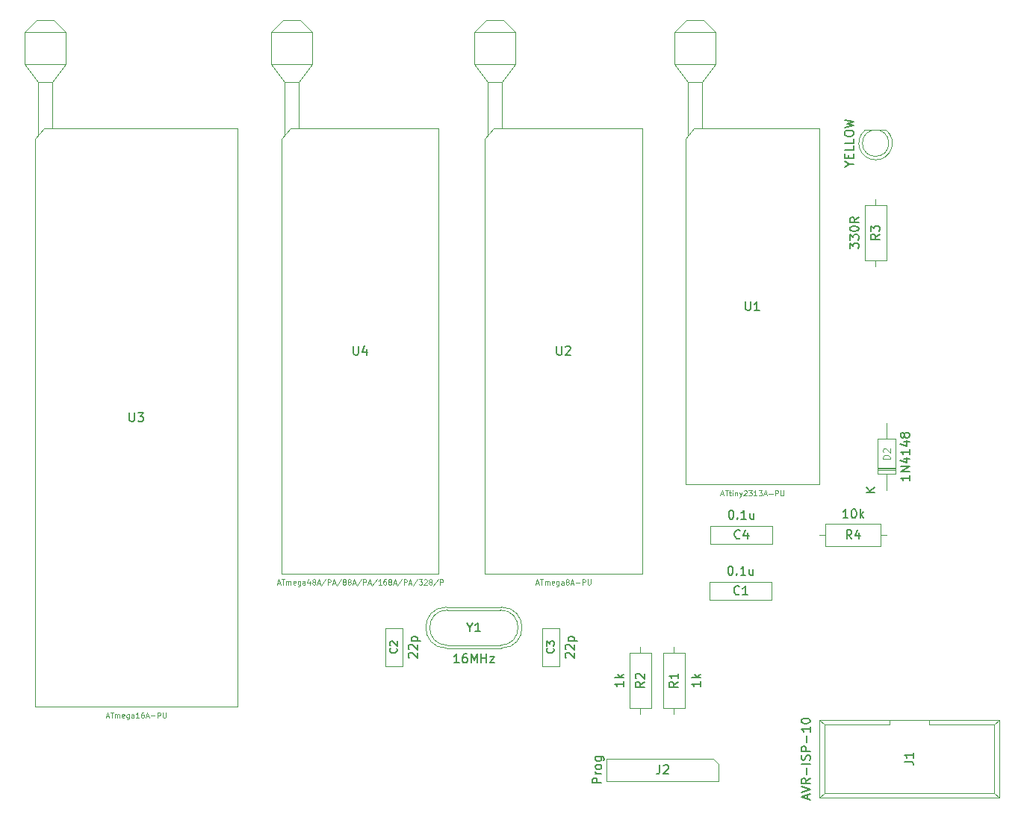
<source format=gbr>
%TF.GenerationSoftware,KiCad,Pcbnew,5.1.5+dfsg1-2build2*%
%TF.CreationDate,2020-12-29T02:51:23+01:00*%
%TF.ProjectId,avr-prog,6176722d-7072-46f6-972e-6b696361645f,1.0*%
%TF.SameCoordinates,PX1e47770PY6a95280*%
%TF.FileFunction,Other,Fab,Top*%
%FSLAX46Y46*%
G04 Gerber Fmt 4.6, Leading zero omitted, Abs format (unit mm)*
G04 Created by KiCad (PCBNEW 5.1.5+dfsg1-2build2) date 2020-12-29 02:51:23*
%MOMM*%
%LPD*%
G04 APERTURE LIST*
%ADD10C,0.100000*%
%ADD11C,0.150000*%
%ADD12C,0.129000*%
%ADD13C,0.120000*%
%ADD14C,0.090000*%
G04 APERTURE END LIST*
D10*
%TO.C,C1*%
X80280000Y24400000D02*
X87280000Y24400000D01*
X80280000Y26400000D02*
X80280000Y24400000D01*
X87280000Y26400000D02*
X80280000Y26400000D01*
X87280000Y24400000D02*
X87280000Y26400000D01*
%TO.C,C2*%
X43500000Y21160000D02*
X43500000Y16860000D01*
X45400000Y21160000D02*
X43500000Y21160000D01*
X45400000Y16860000D02*
X45400000Y21160000D01*
X43500000Y16860000D02*
X45400000Y16860000D01*
%TO.C,C3*%
X61280000Y16860000D02*
X63180000Y16860000D01*
X63180000Y16860000D02*
X63180000Y21160000D01*
X63180000Y21160000D02*
X61280000Y21160000D01*
X61280000Y21160000D02*
X61280000Y16860000D01*
%TO.C,C4*%
X87360000Y30750000D02*
X87360000Y32750000D01*
X87360000Y32750000D02*
X80360000Y32750000D01*
X80360000Y32750000D02*
X80360000Y30750000D01*
X80360000Y30750000D02*
X87360000Y30750000D01*
%TO.C,D1*%
X97894524Y77700555D02*
G75*
G03X100226190Y77700000I1165476J-1500555D01*
G01*
X100560000Y76200000D02*
G75*
G03X100560000Y76200000I-1500000J0D01*
G01*
X100226190Y77700000D02*
X97893810Y77700000D01*
%TO.C,D2*%
X99330000Y38640000D02*
X101330000Y38640000D01*
X101330000Y38640000D02*
X101330000Y42640000D01*
X101330000Y42640000D02*
X99330000Y42640000D01*
X99330000Y42640000D02*
X99330000Y38640000D01*
X100330000Y36830000D02*
X100330000Y38640000D01*
X100330000Y44450000D02*
X100330000Y42640000D01*
X99330000Y39240000D02*
X101330000Y39240000D01*
X99330000Y39340000D02*
X101330000Y39340000D01*
X99330000Y39140000D02*
X101330000Y39140000D01*
%TO.C,J1*%
X113050000Y1925000D02*
X92690000Y1925000D01*
X112510000Y2475000D02*
X93250000Y2475000D01*
X113050000Y10775000D02*
X92690000Y10775000D01*
X112510000Y10225000D02*
X105120000Y10225000D01*
X100620000Y10225000D02*
X93250000Y10225000D01*
X105120000Y10225000D02*
X105120000Y10775000D01*
X100620000Y10225000D02*
X100620000Y10775000D01*
X113050000Y1925000D02*
X113050000Y10775000D01*
X112510000Y2475000D02*
X112510000Y10225000D01*
X92690000Y1925000D02*
X92690000Y10775000D01*
X93250000Y2475000D02*
X93250000Y10225000D01*
X113050000Y1925000D02*
X112510000Y2475000D01*
X92690000Y1925000D02*
X93250000Y2475000D01*
X113050000Y10775000D02*
X112510000Y10225000D01*
X92690000Y10775000D02*
X93250000Y10225000D01*
%TO.C,J2*%
X81280000Y5715000D02*
X81280000Y3810000D01*
X81280000Y3810000D02*
X68580000Y3810000D01*
X68580000Y3810000D02*
X68580000Y6350000D01*
X68580000Y6350000D02*
X80645000Y6350000D01*
X80645000Y6350000D02*
X81280000Y5715000D01*
%TO.C,R1*%
X77450000Y18390000D02*
X74950000Y18390000D01*
X74950000Y18390000D02*
X74950000Y12090000D01*
X74950000Y12090000D02*
X77450000Y12090000D01*
X77450000Y12090000D02*
X77450000Y18390000D01*
X76200000Y19050000D02*
X76200000Y18390000D01*
X76200000Y11430000D02*
X76200000Y12090000D01*
%TO.C,R2*%
X72390000Y11430000D02*
X72390000Y12090000D01*
X72390000Y19050000D02*
X72390000Y18390000D01*
X73640000Y12090000D02*
X73640000Y18390000D01*
X71140000Y12090000D02*
X73640000Y12090000D01*
X71140000Y18390000D02*
X71140000Y12090000D01*
X73640000Y18390000D02*
X71140000Y18390000D01*
%TO.C,R3*%
X99060000Y62230000D02*
X99060000Y62890000D01*
X99060000Y69850000D02*
X99060000Y69190000D01*
X100310000Y62890000D02*
X100310000Y69190000D01*
X97810000Y62890000D02*
X100310000Y62890000D01*
X97810000Y69190000D02*
X97810000Y62890000D01*
X100310000Y69190000D02*
X97810000Y69190000D01*
%TO.C,R4*%
X99670000Y30500000D02*
X99670000Y33000000D01*
X99670000Y33000000D02*
X93370000Y33000000D01*
X93370000Y33000000D02*
X93370000Y30500000D01*
X93370000Y30500000D02*
X99670000Y30500000D01*
X100330000Y31750000D02*
X99670000Y31750000D01*
X92710000Y31750000D02*
X93370000Y31750000D01*
%TO.C,U1*%
X76280000Y88770000D02*
X77580000Y90170000D01*
X77580000Y90170000D02*
X79580000Y90170000D01*
X79580000Y90170000D02*
X80880000Y88770000D01*
X80880000Y88770000D02*
X76280000Y88770000D01*
X76280000Y88770000D02*
X76280000Y85170000D01*
X76280000Y85170000D02*
X80880000Y85170000D01*
X80880000Y85170000D02*
X80880000Y88770000D01*
X76280000Y85170000D02*
X77780000Y83170000D01*
X80880000Y85170000D02*
X79380000Y83170000D01*
X77780000Y77060000D02*
X77780000Y83170000D01*
X77780000Y83170000D02*
X79380000Y83170000D01*
X79380000Y83170000D02*
X79380000Y77870000D01*
X92690000Y37470000D02*
X77490000Y37470000D01*
X77490000Y37470000D02*
X77490000Y76710000D01*
X77490000Y76710000D02*
X78430000Y77870000D01*
X78430000Y77870000D02*
X92690000Y77870000D01*
X92690000Y77870000D02*
X92690000Y37470000D01*
%TO.C,U2*%
X53600000Y88770000D02*
X54900000Y90170000D01*
X54900000Y90170000D02*
X56900000Y90170000D01*
X56900000Y90170000D02*
X58200000Y88770000D01*
X58200000Y88770000D02*
X53600000Y88770000D01*
X53600000Y88770000D02*
X53600000Y85170000D01*
X53600000Y85170000D02*
X58200000Y85170000D01*
X58200000Y85170000D02*
X58200000Y88770000D01*
X53600000Y85170000D02*
X55100000Y83170000D01*
X58200000Y85170000D02*
X56700000Y83170000D01*
X55100000Y77060000D02*
X55100000Y83170000D01*
X55100000Y83170000D02*
X56700000Y83170000D01*
X56700000Y83170000D02*
X56700000Y77870000D01*
X72580000Y27370000D02*
X54780000Y27370000D01*
X54780000Y27370000D02*
X54780000Y76710000D01*
X54780000Y76710000D02*
X55750000Y77870000D01*
X55750000Y77870000D02*
X72580000Y77870000D01*
X72580000Y77870000D02*
X72580000Y27370000D01*
%TO.C,U3*%
X2620000Y88770000D02*
X3920000Y90170000D01*
X3920000Y90170000D02*
X5920000Y90170000D01*
X5920000Y90170000D02*
X7220000Y88770000D01*
X7220000Y88770000D02*
X2620000Y88770000D01*
X2620000Y88770000D02*
X2620000Y85170000D01*
X2620000Y85170000D02*
X7220000Y85170000D01*
X7220000Y85170000D02*
X7220000Y88770000D01*
X2620000Y85170000D02*
X4120000Y83170000D01*
X7220000Y85170000D02*
X5720000Y83170000D01*
X4120000Y77060000D02*
X4120000Y83170000D01*
X4120000Y83170000D02*
X5720000Y83170000D01*
X5720000Y83170000D02*
X5720000Y77870000D01*
X26690000Y12270000D02*
X3790000Y12270000D01*
X3790000Y12270000D02*
X3790000Y76710000D01*
X3790000Y76710000D02*
X4770000Y77870000D01*
X4770000Y77870000D02*
X26690000Y77870000D01*
X26690000Y77870000D02*
X26690000Y12270000D01*
%TO.C,U4*%
X49540000Y77870000D02*
X49540000Y27370000D01*
X32710000Y77870000D02*
X49540000Y77870000D01*
X31740000Y76710000D02*
X32710000Y77870000D01*
X31740000Y27370000D02*
X31740000Y76710000D01*
X49540000Y27370000D02*
X31740000Y27370000D01*
X33660000Y83170000D02*
X33660000Y77870000D01*
X32060000Y83170000D02*
X33660000Y83170000D01*
X32060000Y77060000D02*
X32060000Y83170000D01*
X35160000Y85170000D02*
X33660000Y83170000D01*
X30560000Y85170000D02*
X32060000Y83170000D01*
X35160000Y85170000D02*
X35160000Y88770000D01*
X30560000Y85170000D02*
X35160000Y85170000D01*
X30560000Y88770000D02*
X30560000Y85170000D01*
X35160000Y88770000D02*
X30560000Y88770000D01*
X33860000Y90170000D02*
X35160000Y88770000D01*
X31860000Y90170000D02*
X33860000Y90170000D01*
X30560000Y88770000D02*
X31860000Y90170000D01*
%TO.C,Y1*%
X50400000Y23550000D02*
X56650000Y23550000D01*
X50400000Y18900000D02*
X56650000Y18900000D01*
X50525000Y23225000D02*
X56525000Y23225000D01*
X50525000Y19225000D02*
X56525000Y19225000D01*
X50400000Y18900000D02*
G75*
G02X50400000Y23550000I0J2325000D01*
G01*
X56650000Y18900000D02*
G75*
G03X56650000Y23550000I0J2325000D01*
G01*
X50525000Y19225000D02*
G75*
G02X50525000Y23225000I0J2000000D01*
G01*
X56525000Y19225000D02*
G75*
G03X56525000Y23225000I0J2000000D01*
G01*
%TD*%
%TO.C,C1*%
D11*
X82565714Y28197620D02*
X82660952Y28197620D01*
X82756190Y28150000D01*
X82803809Y28102381D01*
X82851428Y28007143D01*
X82899047Y27816667D01*
X82899047Y27578572D01*
X82851428Y27388096D01*
X82803809Y27292858D01*
X82756190Y27245239D01*
X82660952Y27197620D01*
X82565714Y27197620D01*
X82470476Y27245239D01*
X82422857Y27292858D01*
X82375238Y27388096D01*
X82327619Y27578572D01*
X82327619Y27816667D01*
X82375238Y28007143D01*
X82422857Y28102381D01*
X82470476Y28150000D01*
X82565714Y28197620D01*
X83327619Y27292858D02*
X83375238Y27245239D01*
X83327619Y27197620D01*
X83280000Y27245239D01*
X83327619Y27292858D01*
X83327619Y27197620D01*
X84327619Y27197620D02*
X83756190Y27197620D01*
X84041904Y27197620D02*
X84041904Y28197620D01*
X83946666Y28054762D01*
X83851428Y27959524D01*
X83756190Y27911905D01*
X85184761Y27864286D02*
X85184761Y27197620D01*
X84756190Y27864286D02*
X84756190Y27340477D01*
X84803809Y27245239D01*
X84899047Y27197620D01*
X85041904Y27197620D01*
X85137142Y27245239D01*
X85184761Y27292858D01*
X83613333Y25042858D02*
X83565714Y24995239D01*
X83422857Y24947620D01*
X83327619Y24947620D01*
X83184761Y24995239D01*
X83089523Y25090477D01*
X83041904Y25185715D01*
X82994285Y25376191D01*
X82994285Y25519048D01*
X83041904Y25709524D01*
X83089523Y25804762D01*
X83184761Y25900000D01*
X83327619Y25947620D01*
X83422857Y25947620D01*
X83565714Y25900000D01*
X83613333Y25852381D01*
X84565714Y24947620D02*
X83994285Y24947620D01*
X84280000Y24947620D02*
X84280000Y25947620D01*
X84184761Y25804762D01*
X84089523Y25709524D01*
X83994285Y25661905D01*
%TO.C,C2*%
X46197619Y17795715D02*
X46150000Y17843334D01*
X46102380Y17938572D01*
X46102380Y18176667D01*
X46150000Y18271905D01*
X46197619Y18319524D01*
X46292857Y18367143D01*
X46388095Y18367143D01*
X46530952Y18319524D01*
X47102380Y17748096D01*
X47102380Y18367143D01*
X46197619Y18748096D02*
X46150000Y18795715D01*
X46102380Y18890953D01*
X46102380Y19129048D01*
X46150000Y19224286D01*
X46197619Y19271905D01*
X46292857Y19319524D01*
X46388095Y19319524D01*
X46530952Y19271905D01*
X47102380Y18700477D01*
X47102380Y19319524D01*
X46435714Y19748096D02*
X47435714Y19748096D01*
X46483333Y19748096D02*
X46435714Y19843334D01*
X46435714Y20033810D01*
X46483333Y20129048D01*
X46530952Y20176667D01*
X46626190Y20224286D01*
X46911904Y20224286D01*
X47007142Y20176667D01*
X47054761Y20129048D01*
X47102380Y20033810D01*
X47102380Y19843334D01*
X47054761Y19748096D01*
D12*
X44757142Y18866667D02*
X44798095Y18825715D01*
X44839047Y18702858D01*
X44839047Y18620953D01*
X44798095Y18498096D01*
X44716190Y18416191D01*
X44634285Y18375239D01*
X44470476Y18334286D01*
X44347619Y18334286D01*
X44183809Y18375239D01*
X44101904Y18416191D01*
X44020000Y18498096D01*
X43979047Y18620953D01*
X43979047Y18702858D01*
X44020000Y18825715D01*
X44060952Y18866667D01*
X44060952Y19194286D02*
X44020000Y19235239D01*
X43979047Y19317143D01*
X43979047Y19521905D01*
X44020000Y19603810D01*
X44060952Y19644762D01*
X44142857Y19685715D01*
X44224761Y19685715D01*
X44347619Y19644762D01*
X44839047Y19153334D01*
X44839047Y19685715D01*
%TO.C,C3*%
D11*
X63977619Y17795715D02*
X63930000Y17843334D01*
X63882380Y17938572D01*
X63882380Y18176667D01*
X63930000Y18271905D01*
X63977619Y18319524D01*
X64072857Y18367143D01*
X64168095Y18367143D01*
X64310952Y18319524D01*
X64882380Y17748096D01*
X64882380Y18367143D01*
X63977619Y18748096D02*
X63930000Y18795715D01*
X63882380Y18890953D01*
X63882380Y19129048D01*
X63930000Y19224286D01*
X63977619Y19271905D01*
X64072857Y19319524D01*
X64168095Y19319524D01*
X64310952Y19271905D01*
X64882380Y18700477D01*
X64882380Y19319524D01*
X64215714Y19748096D02*
X65215714Y19748096D01*
X64263333Y19748096D02*
X64215714Y19843334D01*
X64215714Y20033810D01*
X64263333Y20129048D01*
X64310952Y20176667D01*
X64406190Y20224286D01*
X64691904Y20224286D01*
X64787142Y20176667D01*
X64834761Y20129048D01*
X64882380Y20033810D01*
X64882380Y19843334D01*
X64834761Y19748096D01*
D12*
X62537142Y18866667D02*
X62578095Y18825715D01*
X62619047Y18702858D01*
X62619047Y18620953D01*
X62578095Y18498096D01*
X62496190Y18416191D01*
X62414285Y18375239D01*
X62250476Y18334286D01*
X62127619Y18334286D01*
X61963809Y18375239D01*
X61881904Y18416191D01*
X61800000Y18498096D01*
X61759047Y18620953D01*
X61759047Y18702858D01*
X61800000Y18825715D01*
X61840952Y18866667D01*
X61759047Y19153334D02*
X61759047Y19685715D01*
X62086666Y19399048D01*
X62086666Y19521905D01*
X62127619Y19603810D01*
X62168571Y19644762D01*
X62250476Y19685715D01*
X62455238Y19685715D01*
X62537142Y19644762D01*
X62578095Y19603810D01*
X62619047Y19521905D01*
X62619047Y19276191D01*
X62578095Y19194286D01*
X62537142Y19153334D01*
%TO.C,C4*%
D11*
X82645714Y34547620D02*
X82740952Y34547620D01*
X82836190Y34500000D01*
X82883809Y34452381D01*
X82931428Y34357143D01*
X82979047Y34166667D01*
X82979047Y33928572D01*
X82931428Y33738096D01*
X82883809Y33642858D01*
X82836190Y33595239D01*
X82740952Y33547620D01*
X82645714Y33547620D01*
X82550476Y33595239D01*
X82502857Y33642858D01*
X82455238Y33738096D01*
X82407619Y33928572D01*
X82407619Y34166667D01*
X82455238Y34357143D01*
X82502857Y34452381D01*
X82550476Y34500000D01*
X82645714Y34547620D01*
X83407619Y33642858D02*
X83455238Y33595239D01*
X83407619Y33547620D01*
X83360000Y33595239D01*
X83407619Y33642858D01*
X83407619Y33547620D01*
X84407619Y33547620D02*
X83836190Y33547620D01*
X84121904Y33547620D02*
X84121904Y34547620D01*
X84026666Y34404762D01*
X83931428Y34309524D01*
X83836190Y34261905D01*
X85264761Y34214286D02*
X85264761Y33547620D01*
X84836190Y34214286D02*
X84836190Y33690477D01*
X84883809Y33595239D01*
X84979047Y33547620D01*
X85121904Y33547620D01*
X85217142Y33595239D01*
X85264761Y33642858D01*
X83693333Y31392858D02*
X83645714Y31345239D01*
X83502857Y31297620D01*
X83407619Y31297620D01*
X83264761Y31345239D01*
X83169523Y31440477D01*
X83121904Y31535715D01*
X83074285Y31726191D01*
X83074285Y31869048D01*
X83121904Y32059524D01*
X83169523Y32154762D01*
X83264761Y32250000D01*
X83407619Y32297620D01*
X83502857Y32297620D01*
X83645714Y32250000D01*
X83693333Y32202381D01*
X84550476Y31964286D02*
X84550476Y31297620D01*
X84312380Y32345239D02*
X84074285Y31630953D01*
X84693333Y31630953D01*
%TO.C,D1*%
X96076190Y73842858D02*
X96552380Y73842858D01*
X95552380Y73509524D02*
X96076190Y73842858D01*
X95552380Y74176191D01*
X96028571Y74509524D02*
X96028571Y74842858D01*
X96552380Y74985715D02*
X96552380Y74509524D01*
X95552380Y74509524D01*
X95552380Y74985715D01*
X96552380Y75890477D02*
X96552380Y75414286D01*
X95552380Y75414286D01*
X96552380Y76700000D02*
X96552380Y76223810D01*
X95552380Y76223810D01*
X95552380Y77223810D02*
X95552380Y77414286D01*
X95600000Y77509524D01*
X95695238Y77604762D01*
X95885714Y77652381D01*
X96219047Y77652381D01*
X96409523Y77604762D01*
X96504761Y77509524D01*
X96552380Y77414286D01*
X96552380Y77223810D01*
X96504761Y77128572D01*
X96409523Y77033334D01*
X96219047Y76985715D01*
X95885714Y76985715D01*
X95695238Y77033334D01*
X95600000Y77128572D01*
X95552380Y77223810D01*
X95552380Y77985715D02*
X96552380Y78223810D01*
X95838095Y78414286D01*
X96552380Y78604762D01*
X95552380Y78842858D01*
%TO.C,D2*%
X102902380Y38497143D02*
X102902380Y37925715D01*
X102902380Y38211429D02*
X101902380Y38211429D01*
X102045238Y38116191D01*
X102140476Y38020953D01*
X102188095Y37925715D01*
X102902380Y38925715D02*
X101902380Y38925715D01*
X102902380Y39497143D01*
X101902380Y39497143D01*
X102235714Y40401905D02*
X102902380Y40401905D01*
X101854761Y40163810D02*
X102569047Y39925715D01*
X102569047Y40544762D01*
X102902380Y41449524D02*
X102902380Y40878096D01*
X102902380Y41163810D02*
X101902380Y41163810D01*
X102045238Y41068572D01*
X102140476Y40973334D01*
X102188095Y40878096D01*
X102235714Y42306667D02*
X102902380Y42306667D01*
X101854761Y42068572D02*
X102569047Y41830477D01*
X102569047Y42449524D01*
X102330952Y42973334D02*
X102283333Y42878096D01*
X102235714Y42830477D01*
X102140476Y42782858D01*
X102092857Y42782858D01*
X101997619Y42830477D01*
X101950000Y42878096D01*
X101902380Y42973334D01*
X101902380Y43163810D01*
X101950000Y43259048D01*
X101997619Y43306667D01*
X102092857Y43354286D01*
X102140476Y43354286D01*
X102235714Y43306667D01*
X102283333Y43259048D01*
X102330952Y43163810D01*
X102330952Y42973334D01*
X102378571Y42878096D01*
X102426190Y42830477D01*
X102521428Y42782858D01*
X102711904Y42782858D01*
X102807142Y42830477D01*
X102854761Y42878096D01*
X102902380Y42973334D01*
X102902380Y43163810D01*
X102854761Y43259048D01*
X102807142Y43306667D01*
X102711904Y43354286D01*
X102521428Y43354286D01*
X102426190Y43306667D01*
X102378571Y43259048D01*
X102330952Y43163810D01*
D13*
X100691904Y40349524D02*
X99891904Y40349524D01*
X99891904Y40540000D01*
X99930000Y40654286D01*
X100006190Y40730477D01*
X100082380Y40768572D01*
X100234761Y40806667D01*
X100349047Y40806667D01*
X100501428Y40768572D01*
X100577619Y40730477D01*
X100653809Y40654286D01*
X100691904Y40540000D01*
X100691904Y40349524D01*
X99968095Y41111429D02*
X99930000Y41149524D01*
X99891904Y41225715D01*
X99891904Y41416191D01*
X99930000Y41492381D01*
X99968095Y41530477D01*
X100044285Y41568572D01*
X100120476Y41568572D01*
X100234761Y41530477D01*
X100691904Y41073334D01*
X100691904Y41568572D01*
D11*
X98982380Y36568096D02*
X97982380Y36568096D01*
X98982380Y37139524D02*
X98410952Y36710953D01*
X97982380Y37139524D02*
X98553809Y36568096D01*
%TO.C,J1*%
X91352666Y1778572D02*
X91352666Y2254762D01*
X91638380Y1683334D02*
X90638380Y2016667D01*
X91638380Y2350000D01*
X90638380Y2540477D02*
X91638380Y2873810D01*
X90638380Y3207143D01*
X91638380Y4111905D02*
X91162190Y3778572D01*
X91638380Y3540477D02*
X90638380Y3540477D01*
X90638380Y3921429D01*
X90686000Y4016667D01*
X90733619Y4064286D01*
X90828857Y4111905D01*
X90971714Y4111905D01*
X91066952Y4064286D01*
X91114571Y4016667D01*
X91162190Y3921429D01*
X91162190Y3540477D01*
X91257428Y4540477D02*
X91257428Y5302381D01*
X91638380Y5778572D02*
X90638380Y5778572D01*
X91590761Y6207143D02*
X91638380Y6350000D01*
X91638380Y6588096D01*
X91590761Y6683334D01*
X91543142Y6730953D01*
X91447904Y6778572D01*
X91352666Y6778572D01*
X91257428Y6730953D01*
X91209809Y6683334D01*
X91162190Y6588096D01*
X91114571Y6397620D01*
X91066952Y6302381D01*
X91019333Y6254762D01*
X90924095Y6207143D01*
X90828857Y6207143D01*
X90733619Y6254762D01*
X90686000Y6302381D01*
X90638380Y6397620D01*
X90638380Y6635715D01*
X90686000Y6778572D01*
X91638380Y7207143D02*
X90638380Y7207143D01*
X90638380Y7588096D01*
X90686000Y7683334D01*
X90733619Y7730953D01*
X90828857Y7778572D01*
X90971714Y7778572D01*
X91066952Y7730953D01*
X91114571Y7683334D01*
X91162190Y7588096D01*
X91162190Y7207143D01*
X91257428Y8207143D02*
X91257428Y8969048D01*
X91638380Y9969048D02*
X91638380Y9397620D01*
X91638380Y9683334D02*
X90638380Y9683334D01*
X90781238Y9588096D01*
X90876476Y9492858D01*
X90924095Y9397620D01*
X90638380Y10588096D02*
X90638380Y10683334D01*
X90686000Y10778572D01*
X90733619Y10826191D01*
X90828857Y10873810D01*
X91019333Y10921429D01*
X91257428Y10921429D01*
X91447904Y10873810D01*
X91543142Y10826191D01*
X91590761Y10778572D01*
X91638380Y10683334D01*
X91638380Y10588096D01*
X91590761Y10492858D01*
X91543142Y10445239D01*
X91447904Y10397620D01*
X91257428Y10350000D01*
X91019333Y10350000D01*
X90828857Y10397620D01*
X90733619Y10445239D01*
X90686000Y10492858D01*
X90638380Y10588096D01*
X102322380Y6016667D02*
X103036666Y6016667D01*
X103179523Y5969048D01*
X103274761Y5873810D01*
X103322380Y5730953D01*
X103322380Y5635715D01*
X103322380Y7016667D02*
X103322380Y6445239D01*
X103322380Y6730953D02*
X102322380Y6730953D01*
X102465238Y6635715D01*
X102560476Y6540477D01*
X102608095Y6445239D01*
%TO.C,J2*%
X67972380Y3603810D02*
X66972380Y3603810D01*
X66972380Y3984762D01*
X67020000Y4080000D01*
X67067619Y4127620D01*
X67162857Y4175239D01*
X67305714Y4175239D01*
X67400952Y4127620D01*
X67448571Y4080000D01*
X67496190Y3984762D01*
X67496190Y3603810D01*
X67972380Y4603810D02*
X67305714Y4603810D01*
X67496190Y4603810D02*
X67400952Y4651429D01*
X67353333Y4699048D01*
X67305714Y4794286D01*
X67305714Y4889524D01*
X67972380Y5365715D02*
X67924761Y5270477D01*
X67877142Y5222858D01*
X67781904Y5175239D01*
X67496190Y5175239D01*
X67400952Y5222858D01*
X67353333Y5270477D01*
X67305714Y5365715D01*
X67305714Y5508572D01*
X67353333Y5603810D01*
X67400952Y5651429D01*
X67496190Y5699048D01*
X67781904Y5699048D01*
X67877142Y5651429D01*
X67924761Y5603810D01*
X67972380Y5508572D01*
X67972380Y5365715D01*
X67305714Y6556191D02*
X68115238Y6556191D01*
X68210476Y6508572D01*
X68258095Y6460953D01*
X68305714Y6365715D01*
X68305714Y6222858D01*
X68258095Y6127620D01*
X67924761Y6556191D02*
X67972380Y6460953D01*
X67972380Y6270477D01*
X67924761Y6175239D01*
X67877142Y6127620D01*
X67781904Y6080000D01*
X67496190Y6080000D01*
X67400952Y6127620D01*
X67353333Y6175239D01*
X67305714Y6270477D01*
X67305714Y6460953D01*
X67353333Y6556191D01*
X74596666Y5627620D02*
X74596666Y4913334D01*
X74549047Y4770477D01*
X74453809Y4675239D01*
X74310952Y4627620D01*
X74215714Y4627620D01*
X75025238Y5532381D02*
X75072857Y5580000D01*
X75168095Y5627620D01*
X75406190Y5627620D01*
X75501428Y5580000D01*
X75549047Y5532381D01*
X75596666Y5437143D01*
X75596666Y5341905D01*
X75549047Y5199048D01*
X74977619Y4627620D01*
X75596666Y4627620D01*
%TO.C,R1*%
X79192380Y15120953D02*
X79192380Y14549524D01*
X79192380Y14835239D02*
X78192380Y14835239D01*
X78335238Y14740000D01*
X78430476Y14644762D01*
X78478095Y14549524D01*
X79192380Y15549524D02*
X78192380Y15549524D01*
X78811428Y15644762D02*
X79192380Y15930477D01*
X78525714Y15930477D02*
X78906666Y15549524D01*
X76652380Y15073334D02*
X76176190Y14740000D01*
X76652380Y14501905D02*
X75652380Y14501905D01*
X75652380Y14882858D01*
X75700000Y14978096D01*
X75747619Y15025715D01*
X75842857Y15073334D01*
X75985714Y15073334D01*
X76080952Y15025715D01*
X76128571Y14978096D01*
X76176190Y14882858D01*
X76176190Y14501905D01*
X76652380Y16025715D02*
X76652380Y15454286D01*
X76652380Y15740000D02*
X75652380Y15740000D01*
X75795238Y15644762D01*
X75890476Y15549524D01*
X75938095Y15454286D01*
%TO.C,R2*%
X70472380Y15120953D02*
X70472380Y14549524D01*
X70472380Y14835239D02*
X69472380Y14835239D01*
X69615238Y14740000D01*
X69710476Y14644762D01*
X69758095Y14549524D01*
X70472380Y15549524D02*
X69472380Y15549524D01*
X70091428Y15644762D02*
X70472380Y15930477D01*
X69805714Y15930477D02*
X70186666Y15549524D01*
X72842380Y15073334D02*
X72366190Y14740000D01*
X72842380Y14501905D02*
X71842380Y14501905D01*
X71842380Y14882858D01*
X71890000Y14978096D01*
X71937619Y15025715D01*
X72032857Y15073334D01*
X72175714Y15073334D01*
X72270952Y15025715D01*
X72318571Y14978096D01*
X72366190Y14882858D01*
X72366190Y14501905D01*
X71937619Y15454286D02*
X71890000Y15501905D01*
X71842380Y15597143D01*
X71842380Y15835239D01*
X71890000Y15930477D01*
X71937619Y15978096D01*
X72032857Y16025715D01*
X72128095Y16025715D01*
X72270952Y15978096D01*
X72842380Y15406667D01*
X72842380Y16025715D01*
%TO.C,R3*%
X96142380Y64254286D02*
X96142380Y64873334D01*
X96523333Y64540000D01*
X96523333Y64682858D01*
X96570952Y64778096D01*
X96618571Y64825715D01*
X96713809Y64873334D01*
X96951904Y64873334D01*
X97047142Y64825715D01*
X97094761Y64778096D01*
X97142380Y64682858D01*
X97142380Y64397143D01*
X97094761Y64301905D01*
X97047142Y64254286D01*
X96142380Y65206667D02*
X96142380Y65825715D01*
X96523333Y65492381D01*
X96523333Y65635239D01*
X96570952Y65730477D01*
X96618571Y65778096D01*
X96713809Y65825715D01*
X96951904Y65825715D01*
X97047142Y65778096D01*
X97094761Y65730477D01*
X97142380Y65635239D01*
X97142380Y65349524D01*
X97094761Y65254286D01*
X97047142Y65206667D01*
X96142380Y66444762D02*
X96142380Y66540000D01*
X96190000Y66635239D01*
X96237619Y66682858D01*
X96332857Y66730477D01*
X96523333Y66778096D01*
X96761428Y66778096D01*
X96951904Y66730477D01*
X97047142Y66682858D01*
X97094761Y66635239D01*
X97142380Y66540000D01*
X97142380Y66444762D01*
X97094761Y66349524D01*
X97047142Y66301905D01*
X96951904Y66254286D01*
X96761428Y66206667D01*
X96523333Y66206667D01*
X96332857Y66254286D01*
X96237619Y66301905D01*
X96190000Y66349524D01*
X96142380Y66444762D01*
X97142380Y67778096D02*
X96666190Y67444762D01*
X97142380Y67206667D02*
X96142380Y67206667D01*
X96142380Y67587620D01*
X96190000Y67682858D01*
X96237619Y67730477D01*
X96332857Y67778096D01*
X96475714Y67778096D01*
X96570952Y67730477D01*
X96618571Y67682858D01*
X96666190Y67587620D01*
X96666190Y67206667D01*
X99512380Y65873334D02*
X99036190Y65540000D01*
X99512380Y65301905D02*
X98512380Y65301905D01*
X98512380Y65682858D01*
X98560000Y65778096D01*
X98607619Y65825715D01*
X98702857Y65873334D01*
X98845714Y65873334D01*
X98940952Y65825715D01*
X98988571Y65778096D01*
X99036190Y65682858D01*
X99036190Y65301905D01*
X98512380Y66206667D02*
X98512380Y66825715D01*
X98893333Y66492381D01*
X98893333Y66635239D01*
X98940952Y66730477D01*
X98988571Y66778096D01*
X99083809Y66825715D01*
X99321904Y66825715D01*
X99417142Y66778096D01*
X99464761Y66730477D01*
X99512380Y66635239D01*
X99512380Y66349524D01*
X99464761Y66254286D01*
X99417142Y66206667D01*
%TO.C,R4*%
X95924761Y33667620D02*
X95353333Y33667620D01*
X95639047Y33667620D02*
X95639047Y34667620D01*
X95543809Y34524762D01*
X95448571Y34429524D01*
X95353333Y34381905D01*
X96543809Y34667620D02*
X96639047Y34667620D01*
X96734285Y34620000D01*
X96781904Y34572381D01*
X96829523Y34477143D01*
X96877142Y34286667D01*
X96877142Y34048572D01*
X96829523Y33858096D01*
X96781904Y33762858D01*
X96734285Y33715239D01*
X96639047Y33667620D01*
X96543809Y33667620D01*
X96448571Y33715239D01*
X96400952Y33762858D01*
X96353333Y33858096D01*
X96305714Y34048572D01*
X96305714Y34286667D01*
X96353333Y34477143D01*
X96400952Y34572381D01*
X96448571Y34620000D01*
X96543809Y34667620D01*
X97305714Y33667620D02*
X97305714Y34667620D01*
X97400952Y34048572D02*
X97686666Y33667620D01*
X97686666Y34334286D02*
X97305714Y33953334D01*
X96353333Y31297620D02*
X96020000Y31773810D01*
X95781904Y31297620D02*
X95781904Y32297620D01*
X96162857Y32297620D01*
X96258095Y32250000D01*
X96305714Y32202381D01*
X96353333Y32107143D01*
X96353333Y31964286D01*
X96305714Y31869048D01*
X96258095Y31821429D01*
X96162857Y31773810D01*
X95781904Y31773810D01*
X97210476Y31964286D02*
X97210476Y31297620D01*
X96972380Y32345239D02*
X96734285Y31630953D01*
X97353333Y31630953D01*
%TO.C,U1*%
D14*
X81518571Y36370000D02*
X81804285Y36370000D01*
X81461428Y36198572D02*
X81661428Y36798572D01*
X81861428Y36198572D01*
X81975714Y36798572D02*
X82318571Y36798572D01*
X82147142Y36198572D02*
X82147142Y36798572D01*
X82432857Y36598572D02*
X82661428Y36598572D01*
X82518571Y36798572D02*
X82518571Y36284286D01*
X82547142Y36227143D01*
X82604285Y36198572D01*
X82661428Y36198572D01*
X82861428Y36198572D02*
X82861428Y36598572D01*
X82861428Y36798572D02*
X82832857Y36770000D01*
X82861428Y36741429D01*
X82890000Y36770000D01*
X82861428Y36798572D01*
X82861428Y36741429D01*
X83147142Y36598572D02*
X83147142Y36198572D01*
X83147142Y36541429D02*
X83175714Y36570000D01*
X83232857Y36598572D01*
X83318571Y36598572D01*
X83375714Y36570000D01*
X83404285Y36512858D01*
X83404285Y36198572D01*
X83632857Y36598572D02*
X83775714Y36198572D01*
X83918571Y36598572D02*
X83775714Y36198572D01*
X83718571Y36055715D01*
X83690000Y36027143D01*
X83632857Y35998572D01*
X84118571Y36741429D02*
X84147142Y36770000D01*
X84204285Y36798572D01*
X84347142Y36798572D01*
X84404285Y36770000D01*
X84432857Y36741429D01*
X84461428Y36684286D01*
X84461428Y36627143D01*
X84432857Y36541429D01*
X84090000Y36198572D01*
X84461428Y36198572D01*
X84661428Y36798572D02*
X85032857Y36798572D01*
X84832857Y36570000D01*
X84918571Y36570000D01*
X84975714Y36541429D01*
X85004285Y36512858D01*
X85032857Y36455715D01*
X85032857Y36312858D01*
X85004285Y36255715D01*
X84975714Y36227143D01*
X84918571Y36198572D01*
X84747142Y36198572D01*
X84690000Y36227143D01*
X84661428Y36255715D01*
X85604285Y36198572D02*
X85261428Y36198572D01*
X85432857Y36198572D02*
X85432857Y36798572D01*
X85375714Y36712858D01*
X85318571Y36655715D01*
X85261428Y36627143D01*
X85804285Y36798572D02*
X86175714Y36798572D01*
X85975714Y36570000D01*
X86061428Y36570000D01*
X86118571Y36541429D01*
X86147142Y36512858D01*
X86175714Y36455715D01*
X86175714Y36312858D01*
X86147142Y36255715D01*
X86118571Y36227143D01*
X86061428Y36198572D01*
X85890000Y36198572D01*
X85832857Y36227143D01*
X85804285Y36255715D01*
X86404285Y36370000D02*
X86690000Y36370000D01*
X86347142Y36198572D02*
X86547142Y36798572D01*
X86747142Y36198572D01*
X86947142Y36427143D02*
X87404285Y36427143D01*
X87690000Y36198572D02*
X87690000Y36798572D01*
X87918571Y36798572D01*
X87975714Y36770000D01*
X88004285Y36741429D01*
X88032857Y36684286D01*
X88032857Y36598572D01*
X88004285Y36541429D01*
X87975714Y36512858D01*
X87918571Y36484286D01*
X87690000Y36484286D01*
X88290000Y36798572D02*
X88290000Y36312858D01*
X88318571Y36255715D01*
X88347142Y36227143D01*
X88404285Y36198572D01*
X88518571Y36198572D01*
X88575714Y36227143D01*
X88604285Y36255715D01*
X88632857Y36312858D01*
X88632857Y36798572D01*
D11*
X84328095Y58217620D02*
X84328095Y57408096D01*
X84375714Y57312858D01*
X84423333Y57265239D01*
X84518571Y57217620D01*
X84709047Y57217620D01*
X84804285Y57265239D01*
X84851904Y57312858D01*
X84899523Y57408096D01*
X84899523Y58217620D01*
X85899523Y57217620D02*
X85328095Y57217620D01*
X85613809Y57217620D02*
X85613809Y58217620D01*
X85518571Y58074762D01*
X85423333Y57979524D01*
X85328095Y57931905D01*
%TO.C,U2*%
D14*
X60580000Y26270000D02*
X60865714Y26270000D01*
X60522857Y26098572D02*
X60722857Y26698572D01*
X60922857Y26098572D01*
X61037142Y26698572D02*
X61380000Y26698572D01*
X61208571Y26098572D02*
X61208571Y26698572D01*
X61580000Y26098572D02*
X61580000Y26498572D01*
X61580000Y26441429D02*
X61608571Y26470000D01*
X61665714Y26498572D01*
X61751428Y26498572D01*
X61808571Y26470000D01*
X61837142Y26412858D01*
X61837142Y26098572D01*
X61837142Y26412858D02*
X61865714Y26470000D01*
X61922857Y26498572D01*
X62008571Y26498572D01*
X62065714Y26470000D01*
X62094285Y26412858D01*
X62094285Y26098572D01*
X62608571Y26127143D02*
X62551428Y26098572D01*
X62437142Y26098572D01*
X62380000Y26127143D01*
X62351428Y26184286D01*
X62351428Y26412858D01*
X62380000Y26470000D01*
X62437142Y26498572D01*
X62551428Y26498572D01*
X62608571Y26470000D01*
X62637142Y26412858D01*
X62637142Y26355715D01*
X62351428Y26298572D01*
X63151428Y26498572D02*
X63151428Y26012858D01*
X63122857Y25955715D01*
X63094285Y25927143D01*
X63037142Y25898572D01*
X62951428Y25898572D01*
X62894285Y25927143D01*
X63151428Y26127143D02*
X63094285Y26098572D01*
X62980000Y26098572D01*
X62922857Y26127143D01*
X62894285Y26155715D01*
X62865714Y26212858D01*
X62865714Y26384286D01*
X62894285Y26441429D01*
X62922857Y26470000D01*
X62980000Y26498572D01*
X63094285Y26498572D01*
X63151428Y26470000D01*
X63694285Y26098572D02*
X63694285Y26412858D01*
X63665714Y26470000D01*
X63608571Y26498572D01*
X63494285Y26498572D01*
X63437142Y26470000D01*
X63694285Y26127143D02*
X63637142Y26098572D01*
X63494285Y26098572D01*
X63437142Y26127143D01*
X63408571Y26184286D01*
X63408571Y26241429D01*
X63437142Y26298572D01*
X63494285Y26327143D01*
X63637142Y26327143D01*
X63694285Y26355715D01*
X64065714Y26441429D02*
X64008571Y26470000D01*
X63980000Y26498572D01*
X63951428Y26555715D01*
X63951428Y26584286D01*
X63980000Y26641429D01*
X64008571Y26670000D01*
X64065714Y26698572D01*
X64180000Y26698572D01*
X64237142Y26670000D01*
X64265714Y26641429D01*
X64294285Y26584286D01*
X64294285Y26555715D01*
X64265714Y26498572D01*
X64237142Y26470000D01*
X64180000Y26441429D01*
X64065714Y26441429D01*
X64008571Y26412858D01*
X63980000Y26384286D01*
X63951428Y26327143D01*
X63951428Y26212858D01*
X63980000Y26155715D01*
X64008571Y26127143D01*
X64065714Y26098572D01*
X64180000Y26098572D01*
X64237142Y26127143D01*
X64265714Y26155715D01*
X64294285Y26212858D01*
X64294285Y26327143D01*
X64265714Y26384286D01*
X64237142Y26412858D01*
X64180000Y26441429D01*
X64522857Y26270000D02*
X64808571Y26270000D01*
X64465714Y26098572D02*
X64665714Y26698572D01*
X64865714Y26098572D01*
X65065714Y26327143D02*
X65522857Y26327143D01*
X65808571Y26098572D02*
X65808571Y26698572D01*
X66037142Y26698572D01*
X66094285Y26670000D01*
X66122857Y26641429D01*
X66151428Y26584286D01*
X66151428Y26498572D01*
X66122857Y26441429D01*
X66094285Y26412858D01*
X66037142Y26384286D01*
X65808571Y26384286D01*
X66408571Y26698572D02*
X66408571Y26212858D01*
X66437142Y26155715D01*
X66465714Y26127143D01*
X66522857Y26098572D01*
X66637142Y26098572D01*
X66694285Y26127143D01*
X66722857Y26155715D01*
X66751428Y26212858D01*
X66751428Y26698572D01*
D11*
X62918095Y53167620D02*
X62918095Y52358096D01*
X62965714Y52262858D01*
X63013333Y52215239D01*
X63108571Y52167620D01*
X63299047Y52167620D01*
X63394285Y52215239D01*
X63441904Y52262858D01*
X63489523Y52358096D01*
X63489523Y53167620D01*
X63918095Y53072381D02*
X63965714Y53120000D01*
X64060952Y53167620D01*
X64299047Y53167620D01*
X64394285Y53120000D01*
X64441904Y53072381D01*
X64489523Y52977143D01*
X64489523Y52881905D01*
X64441904Y52739048D01*
X63870476Y52167620D01*
X64489523Y52167620D01*
%TO.C,U3*%
D14*
X11854285Y11170000D02*
X12140000Y11170000D01*
X11797142Y10998572D02*
X11997142Y11598572D01*
X12197142Y10998572D01*
X12311428Y11598572D02*
X12654285Y11598572D01*
X12482857Y10998572D02*
X12482857Y11598572D01*
X12854285Y10998572D02*
X12854285Y11398572D01*
X12854285Y11341429D02*
X12882857Y11370000D01*
X12940000Y11398572D01*
X13025714Y11398572D01*
X13082857Y11370000D01*
X13111428Y11312858D01*
X13111428Y10998572D01*
X13111428Y11312858D02*
X13140000Y11370000D01*
X13197142Y11398572D01*
X13282857Y11398572D01*
X13340000Y11370000D01*
X13368571Y11312858D01*
X13368571Y10998572D01*
X13882857Y11027143D02*
X13825714Y10998572D01*
X13711428Y10998572D01*
X13654285Y11027143D01*
X13625714Y11084286D01*
X13625714Y11312858D01*
X13654285Y11370000D01*
X13711428Y11398572D01*
X13825714Y11398572D01*
X13882857Y11370000D01*
X13911428Y11312858D01*
X13911428Y11255715D01*
X13625714Y11198572D01*
X14425714Y11398572D02*
X14425714Y10912858D01*
X14397142Y10855715D01*
X14368571Y10827143D01*
X14311428Y10798572D01*
X14225714Y10798572D01*
X14168571Y10827143D01*
X14425714Y11027143D02*
X14368571Y10998572D01*
X14254285Y10998572D01*
X14197142Y11027143D01*
X14168571Y11055715D01*
X14140000Y11112858D01*
X14140000Y11284286D01*
X14168571Y11341429D01*
X14197142Y11370000D01*
X14254285Y11398572D01*
X14368571Y11398572D01*
X14425714Y11370000D01*
X14968571Y10998572D02*
X14968571Y11312858D01*
X14940000Y11370000D01*
X14882857Y11398572D01*
X14768571Y11398572D01*
X14711428Y11370000D01*
X14968571Y11027143D02*
X14911428Y10998572D01*
X14768571Y10998572D01*
X14711428Y11027143D01*
X14682857Y11084286D01*
X14682857Y11141429D01*
X14711428Y11198572D01*
X14768571Y11227143D01*
X14911428Y11227143D01*
X14968571Y11255715D01*
X15568571Y10998572D02*
X15225714Y10998572D01*
X15397142Y10998572D02*
X15397142Y11598572D01*
X15340000Y11512858D01*
X15282857Y11455715D01*
X15225714Y11427143D01*
X16082857Y11598572D02*
X15968571Y11598572D01*
X15911428Y11570000D01*
X15882857Y11541429D01*
X15825714Y11455715D01*
X15797142Y11341429D01*
X15797142Y11112858D01*
X15825714Y11055715D01*
X15854285Y11027143D01*
X15911428Y10998572D01*
X16025714Y10998572D01*
X16082857Y11027143D01*
X16111428Y11055715D01*
X16140000Y11112858D01*
X16140000Y11255715D01*
X16111428Y11312858D01*
X16082857Y11341429D01*
X16025714Y11370000D01*
X15911428Y11370000D01*
X15854285Y11341429D01*
X15825714Y11312858D01*
X15797142Y11255715D01*
X16368571Y11170000D02*
X16654285Y11170000D01*
X16311428Y10998572D02*
X16511428Y11598572D01*
X16711428Y10998572D01*
X16911428Y11227143D02*
X17368571Y11227143D01*
X17654285Y10998572D02*
X17654285Y11598572D01*
X17882857Y11598572D01*
X17940000Y11570000D01*
X17968571Y11541429D01*
X17997142Y11484286D01*
X17997142Y11398572D01*
X17968571Y11341429D01*
X17940000Y11312858D01*
X17882857Y11284286D01*
X17654285Y11284286D01*
X18254285Y11598572D02*
X18254285Y11112858D01*
X18282857Y11055715D01*
X18311428Y11027143D01*
X18368571Y10998572D01*
X18482857Y10998572D01*
X18540000Y11027143D01*
X18568571Y11055715D01*
X18597142Y11112858D01*
X18597142Y11598572D01*
D11*
X14478095Y45617620D02*
X14478095Y44808096D01*
X14525714Y44712858D01*
X14573333Y44665239D01*
X14668571Y44617620D01*
X14859047Y44617620D01*
X14954285Y44665239D01*
X15001904Y44712858D01*
X15049523Y44808096D01*
X15049523Y45617620D01*
X15430476Y45617620D02*
X16049523Y45617620D01*
X15716190Y45236667D01*
X15859047Y45236667D01*
X15954285Y45189048D01*
X16001904Y45141429D01*
X16049523Y45046191D01*
X16049523Y44808096D01*
X16001904Y44712858D01*
X15954285Y44665239D01*
X15859047Y44617620D01*
X15573333Y44617620D01*
X15478095Y44665239D01*
X15430476Y44712858D01*
%TO.C,U4*%
D14*
X31268571Y26270000D02*
X31554285Y26270000D01*
X31211428Y26098572D02*
X31411428Y26698572D01*
X31611428Y26098572D01*
X31725714Y26698572D02*
X32068571Y26698572D01*
X31897142Y26098572D02*
X31897142Y26698572D01*
X32268571Y26098572D02*
X32268571Y26498572D01*
X32268571Y26441429D02*
X32297142Y26470000D01*
X32354285Y26498572D01*
X32440000Y26498572D01*
X32497142Y26470000D01*
X32525714Y26412858D01*
X32525714Y26098572D01*
X32525714Y26412858D02*
X32554285Y26470000D01*
X32611428Y26498572D01*
X32697142Y26498572D01*
X32754285Y26470000D01*
X32782857Y26412858D01*
X32782857Y26098572D01*
X33297142Y26127143D02*
X33240000Y26098572D01*
X33125714Y26098572D01*
X33068571Y26127143D01*
X33040000Y26184286D01*
X33040000Y26412858D01*
X33068571Y26470000D01*
X33125714Y26498572D01*
X33240000Y26498572D01*
X33297142Y26470000D01*
X33325714Y26412858D01*
X33325714Y26355715D01*
X33040000Y26298572D01*
X33840000Y26498572D02*
X33840000Y26012858D01*
X33811428Y25955715D01*
X33782857Y25927143D01*
X33725714Y25898572D01*
X33640000Y25898572D01*
X33582857Y25927143D01*
X33840000Y26127143D02*
X33782857Y26098572D01*
X33668571Y26098572D01*
X33611428Y26127143D01*
X33582857Y26155715D01*
X33554285Y26212858D01*
X33554285Y26384286D01*
X33582857Y26441429D01*
X33611428Y26470000D01*
X33668571Y26498572D01*
X33782857Y26498572D01*
X33840000Y26470000D01*
X34382857Y26098572D02*
X34382857Y26412858D01*
X34354285Y26470000D01*
X34297142Y26498572D01*
X34182857Y26498572D01*
X34125714Y26470000D01*
X34382857Y26127143D02*
X34325714Y26098572D01*
X34182857Y26098572D01*
X34125714Y26127143D01*
X34097142Y26184286D01*
X34097142Y26241429D01*
X34125714Y26298572D01*
X34182857Y26327143D01*
X34325714Y26327143D01*
X34382857Y26355715D01*
X34925714Y26498572D02*
X34925714Y26098572D01*
X34782857Y26727143D02*
X34640000Y26298572D01*
X35011428Y26298572D01*
X35325714Y26441429D02*
X35268571Y26470000D01*
X35240000Y26498572D01*
X35211428Y26555715D01*
X35211428Y26584286D01*
X35240000Y26641429D01*
X35268571Y26670000D01*
X35325714Y26698572D01*
X35440000Y26698572D01*
X35497142Y26670000D01*
X35525714Y26641429D01*
X35554285Y26584286D01*
X35554285Y26555715D01*
X35525714Y26498572D01*
X35497142Y26470000D01*
X35440000Y26441429D01*
X35325714Y26441429D01*
X35268571Y26412858D01*
X35240000Y26384286D01*
X35211428Y26327143D01*
X35211428Y26212858D01*
X35240000Y26155715D01*
X35268571Y26127143D01*
X35325714Y26098572D01*
X35440000Y26098572D01*
X35497142Y26127143D01*
X35525714Y26155715D01*
X35554285Y26212858D01*
X35554285Y26327143D01*
X35525714Y26384286D01*
X35497142Y26412858D01*
X35440000Y26441429D01*
X35782857Y26270000D02*
X36068571Y26270000D01*
X35725714Y26098572D02*
X35925714Y26698572D01*
X36125714Y26098572D01*
X36754285Y26727143D02*
X36240000Y25955715D01*
X36954285Y26098572D02*
X36954285Y26698572D01*
X37182857Y26698572D01*
X37240000Y26670000D01*
X37268571Y26641429D01*
X37297142Y26584286D01*
X37297142Y26498572D01*
X37268571Y26441429D01*
X37240000Y26412858D01*
X37182857Y26384286D01*
X36954285Y26384286D01*
X37525714Y26270000D02*
X37811428Y26270000D01*
X37468571Y26098572D02*
X37668571Y26698572D01*
X37868571Y26098572D01*
X38497142Y26727143D02*
X37982857Y25955715D01*
X38782857Y26441429D02*
X38725714Y26470000D01*
X38697142Y26498572D01*
X38668571Y26555715D01*
X38668571Y26584286D01*
X38697142Y26641429D01*
X38725714Y26670000D01*
X38782857Y26698572D01*
X38897142Y26698572D01*
X38954285Y26670000D01*
X38982857Y26641429D01*
X39011428Y26584286D01*
X39011428Y26555715D01*
X38982857Y26498572D01*
X38954285Y26470000D01*
X38897142Y26441429D01*
X38782857Y26441429D01*
X38725714Y26412858D01*
X38697142Y26384286D01*
X38668571Y26327143D01*
X38668571Y26212858D01*
X38697142Y26155715D01*
X38725714Y26127143D01*
X38782857Y26098572D01*
X38897142Y26098572D01*
X38954285Y26127143D01*
X38982857Y26155715D01*
X39011428Y26212858D01*
X39011428Y26327143D01*
X38982857Y26384286D01*
X38954285Y26412858D01*
X38897142Y26441429D01*
X39354285Y26441429D02*
X39297142Y26470000D01*
X39268571Y26498572D01*
X39240000Y26555715D01*
X39240000Y26584286D01*
X39268571Y26641429D01*
X39297142Y26670000D01*
X39354285Y26698572D01*
X39468571Y26698572D01*
X39525714Y26670000D01*
X39554285Y26641429D01*
X39582857Y26584286D01*
X39582857Y26555715D01*
X39554285Y26498572D01*
X39525714Y26470000D01*
X39468571Y26441429D01*
X39354285Y26441429D01*
X39297142Y26412858D01*
X39268571Y26384286D01*
X39240000Y26327143D01*
X39240000Y26212858D01*
X39268571Y26155715D01*
X39297142Y26127143D01*
X39354285Y26098572D01*
X39468571Y26098572D01*
X39525714Y26127143D01*
X39554285Y26155715D01*
X39582857Y26212858D01*
X39582857Y26327143D01*
X39554285Y26384286D01*
X39525714Y26412858D01*
X39468571Y26441429D01*
X39811428Y26270000D02*
X40097142Y26270000D01*
X39754285Y26098572D02*
X39954285Y26698572D01*
X40154285Y26098572D01*
X40782857Y26727143D02*
X40268571Y25955715D01*
X40982857Y26098572D02*
X40982857Y26698572D01*
X41211428Y26698572D01*
X41268571Y26670000D01*
X41297142Y26641429D01*
X41325714Y26584286D01*
X41325714Y26498572D01*
X41297142Y26441429D01*
X41268571Y26412858D01*
X41211428Y26384286D01*
X40982857Y26384286D01*
X41554285Y26270000D02*
X41840000Y26270000D01*
X41497142Y26098572D02*
X41697142Y26698572D01*
X41897142Y26098572D01*
X42525714Y26727143D02*
X42011428Y25955715D01*
X43040000Y26098572D02*
X42697142Y26098572D01*
X42868571Y26098572D02*
X42868571Y26698572D01*
X42811428Y26612858D01*
X42754285Y26555715D01*
X42697142Y26527143D01*
X43554285Y26698572D02*
X43440000Y26698572D01*
X43382857Y26670000D01*
X43354285Y26641429D01*
X43297142Y26555715D01*
X43268571Y26441429D01*
X43268571Y26212858D01*
X43297142Y26155715D01*
X43325714Y26127143D01*
X43382857Y26098572D01*
X43497142Y26098572D01*
X43554285Y26127143D01*
X43582857Y26155715D01*
X43611428Y26212858D01*
X43611428Y26355715D01*
X43582857Y26412858D01*
X43554285Y26441429D01*
X43497142Y26470000D01*
X43382857Y26470000D01*
X43325714Y26441429D01*
X43297142Y26412858D01*
X43268571Y26355715D01*
X43954285Y26441429D02*
X43897142Y26470000D01*
X43868571Y26498572D01*
X43840000Y26555715D01*
X43840000Y26584286D01*
X43868571Y26641429D01*
X43897142Y26670000D01*
X43954285Y26698572D01*
X44068571Y26698572D01*
X44125714Y26670000D01*
X44154285Y26641429D01*
X44182857Y26584286D01*
X44182857Y26555715D01*
X44154285Y26498572D01*
X44125714Y26470000D01*
X44068571Y26441429D01*
X43954285Y26441429D01*
X43897142Y26412858D01*
X43868571Y26384286D01*
X43840000Y26327143D01*
X43840000Y26212858D01*
X43868571Y26155715D01*
X43897142Y26127143D01*
X43954285Y26098572D01*
X44068571Y26098572D01*
X44125714Y26127143D01*
X44154285Y26155715D01*
X44182857Y26212858D01*
X44182857Y26327143D01*
X44154285Y26384286D01*
X44125714Y26412858D01*
X44068571Y26441429D01*
X44411428Y26270000D02*
X44697142Y26270000D01*
X44354285Y26098572D02*
X44554285Y26698572D01*
X44754285Y26098572D01*
X45382857Y26727143D02*
X44868571Y25955715D01*
X45582857Y26098572D02*
X45582857Y26698572D01*
X45811428Y26698572D01*
X45868571Y26670000D01*
X45897142Y26641429D01*
X45925714Y26584286D01*
X45925714Y26498572D01*
X45897142Y26441429D01*
X45868571Y26412858D01*
X45811428Y26384286D01*
X45582857Y26384286D01*
X46154285Y26270000D02*
X46440000Y26270000D01*
X46097142Y26098572D02*
X46297142Y26698572D01*
X46497142Y26098572D01*
X47125714Y26727143D02*
X46611428Y25955715D01*
X47268571Y26698572D02*
X47640000Y26698572D01*
X47440000Y26470000D01*
X47525714Y26470000D01*
X47582857Y26441429D01*
X47611428Y26412858D01*
X47640000Y26355715D01*
X47640000Y26212858D01*
X47611428Y26155715D01*
X47582857Y26127143D01*
X47525714Y26098572D01*
X47354285Y26098572D01*
X47297142Y26127143D01*
X47268571Y26155715D01*
X47868571Y26641429D02*
X47897142Y26670000D01*
X47954285Y26698572D01*
X48097142Y26698572D01*
X48154285Y26670000D01*
X48182857Y26641429D01*
X48211428Y26584286D01*
X48211428Y26527143D01*
X48182857Y26441429D01*
X47840000Y26098572D01*
X48211428Y26098572D01*
X48554285Y26441429D02*
X48497142Y26470000D01*
X48468571Y26498572D01*
X48440000Y26555715D01*
X48440000Y26584286D01*
X48468571Y26641429D01*
X48497142Y26670000D01*
X48554285Y26698572D01*
X48668571Y26698572D01*
X48725714Y26670000D01*
X48754285Y26641429D01*
X48782857Y26584286D01*
X48782857Y26555715D01*
X48754285Y26498572D01*
X48725714Y26470000D01*
X48668571Y26441429D01*
X48554285Y26441429D01*
X48497142Y26412858D01*
X48468571Y26384286D01*
X48440000Y26327143D01*
X48440000Y26212858D01*
X48468571Y26155715D01*
X48497142Y26127143D01*
X48554285Y26098572D01*
X48668571Y26098572D01*
X48725714Y26127143D01*
X48754285Y26155715D01*
X48782857Y26212858D01*
X48782857Y26327143D01*
X48754285Y26384286D01*
X48725714Y26412858D01*
X48668571Y26441429D01*
X49468571Y26727143D02*
X48954285Y25955715D01*
X49668571Y26098572D02*
X49668571Y26698572D01*
X49897142Y26698572D01*
X49954285Y26670000D01*
X49982857Y26641429D01*
X50011428Y26584286D01*
X50011428Y26498572D01*
X49982857Y26441429D01*
X49954285Y26412858D01*
X49897142Y26384286D01*
X49668571Y26384286D01*
D11*
X39878095Y53167620D02*
X39878095Y52358096D01*
X39925714Y52262858D01*
X39973333Y52215239D01*
X40068571Y52167620D01*
X40259047Y52167620D01*
X40354285Y52215239D01*
X40401904Y52262858D01*
X40449523Y52358096D01*
X40449523Y53167620D01*
X41354285Y52834286D02*
X41354285Y52167620D01*
X41116190Y53215239D02*
X40878095Y52500953D01*
X41497142Y52500953D01*
%TO.C,Y1*%
X51834523Y17247620D02*
X51263095Y17247620D01*
X51548809Y17247620D02*
X51548809Y18247620D01*
X51453571Y18104762D01*
X51358333Y18009524D01*
X51263095Y17961905D01*
X52691666Y18247620D02*
X52501190Y18247620D01*
X52405952Y18200000D01*
X52358333Y18152381D01*
X52263095Y18009524D01*
X52215476Y17819048D01*
X52215476Y17438096D01*
X52263095Y17342858D01*
X52310714Y17295239D01*
X52405952Y17247620D01*
X52596428Y17247620D01*
X52691666Y17295239D01*
X52739285Y17342858D01*
X52786904Y17438096D01*
X52786904Y17676191D01*
X52739285Y17771429D01*
X52691666Y17819048D01*
X52596428Y17866667D01*
X52405952Y17866667D01*
X52310714Y17819048D01*
X52263095Y17771429D01*
X52215476Y17676191D01*
X53215476Y17247620D02*
X53215476Y18247620D01*
X53548809Y17533334D01*
X53882142Y18247620D01*
X53882142Y17247620D01*
X54358333Y17247620D02*
X54358333Y18247620D01*
X54358333Y17771429D02*
X54929761Y17771429D01*
X54929761Y17247620D02*
X54929761Y18247620D01*
X55310714Y17914286D02*
X55834523Y17914286D01*
X55310714Y17247620D01*
X55834523Y17247620D01*
X53048809Y21248810D02*
X53048809Y20772620D01*
X52715476Y21772620D02*
X53048809Y21248810D01*
X53382142Y21772620D01*
X54239285Y20772620D02*
X53667857Y20772620D01*
X53953571Y20772620D02*
X53953571Y21772620D01*
X53858333Y21629762D01*
X53763095Y21534524D01*
X53667857Y21486905D01*
%TD*%
M02*

</source>
